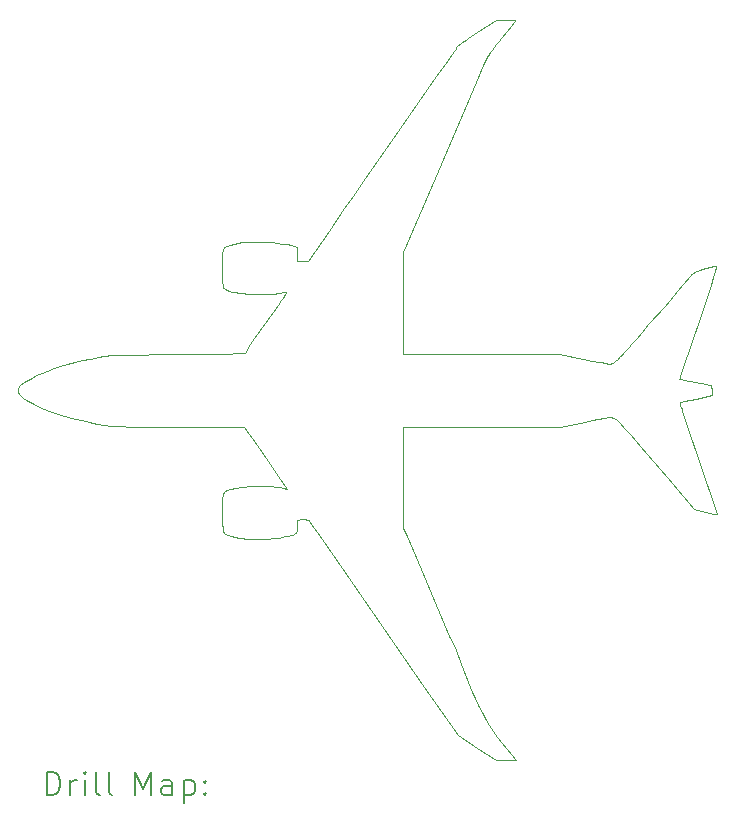
<source format=gbr>
%TF.GenerationSoftware,KiCad,Pcbnew,(6.99.0-2452-gdb4f2d9dd8)*%
%TF.CreationDate,2022-07-21T06:50:36-08:00*%
%TF.ProjectId,787,3738372e-6b69-4636-9164-5f7063625858,rev?*%
%TF.SameCoordinates,Original*%
%TF.FileFunction,Drillmap*%
%TF.FilePolarity,Positive*%
%FSLAX45Y45*%
G04 Gerber Fmt 4.5, Leading zero omitted, Abs format (unit mm)*
G04 Created by KiCad (PCBNEW (6.99.0-2452-gdb4f2d9dd8)) date 2022-07-21 06:50:36*
%MOMM*%
%LPD*%
G01*
G04 APERTURE LIST*
%ADD10C,0.050000*%
%ADD11C,0.200000*%
G04 APERTURE END LIST*
D10*
X14550646Y-6469163D02*
X14567075Y-6469576D01*
X14580745Y-6470279D01*
X14591659Y-6471272D01*
X14596084Y-6471878D01*
X14599823Y-6472557D01*
X14602874Y-6473308D01*
X14605240Y-6474133D01*
X14606920Y-6475031D01*
X14607915Y-6476002D01*
X14608157Y-6476516D01*
X14608227Y-6477047D01*
X14607854Y-6478166D01*
X14604456Y-6482743D01*
X14596930Y-6492283D01*
X14571398Y-6523907D01*
X14535067Y-6568352D01*
X14491748Y-6620935D01*
X14469321Y-6648313D01*
X14447920Y-6674921D01*
X14428046Y-6700098D01*
X14410204Y-6723188D01*
X14394895Y-6743530D01*
X14382622Y-6760467D01*
X14373888Y-6773340D01*
X14371005Y-6778047D01*
X14369196Y-6781491D01*
X14337522Y-6854968D01*
X14278423Y-6993705D01*
X13929902Y-7808211D01*
X13660000Y-8437521D01*
X13660000Y-9300000D01*
X14983086Y-9300000D01*
X15179234Y-9340152D01*
X15257316Y-9355812D01*
X15324915Y-9368769D01*
X15374796Y-9377675D01*
X15390832Y-9380188D01*
X15399725Y-9381184D01*
X15404104Y-9381296D01*
X15408344Y-9381252D01*
X15412525Y-9380968D01*
X15416731Y-9380360D01*
X15421041Y-9379343D01*
X15425537Y-9377834D01*
X15430301Y-9375748D01*
X15435413Y-9373000D01*
X15440956Y-9369507D01*
X15447009Y-9365184D01*
X15453656Y-9359948D01*
X15460976Y-9353713D01*
X15469052Y-9346397D01*
X15477964Y-9337913D01*
X15487793Y-9328179D01*
X15498622Y-9317110D01*
X15510532Y-9304622D01*
X15523603Y-9290630D01*
X15537917Y-9275051D01*
X15553555Y-9257800D01*
X15570599Y-9238792D01*
X15589130Y-9217945D01*
X15630977Y-9170391D01*
X15679748Y-9114466D01*
X15736092Y-9049495D01*
X15874102Y-8889720D01*
X16021094Y-8719060D01*
X16096435Y-8630999D01*
X16100288Y-8626530D01*
X16104170Y-8622403D01*
X16106151Y-8620454D01*
X16108174Y-8618573D01*
X16110252Y-8616756D01*
X16112395Y-8614996D01*
X16114617Y-8613289D01*
X16116928Y-8611628D01*
X16119341Y-8610009D01*
X16121867Y-8608425D01*
X16124518Y-8606871D01*
X16127306Y-8605341D01*
X16130243Y-8603831D01*
X16133341Y-8602333D01*
X16140065Y-8599357D01*
X16147574Y-8596368D01*
X16155961Y-8593321D01*
X16165321Y-8590173D01*
X16175750Y-8586879D01*
X16187340Y-8583394D01*
X16200188Y-8579675D01*
X16214386Y-8575677D01*
X16233284Y-8570527D01*
X16251087Y-8565894D01*
X16267391Y-8561867D01*
X16281796Y-8558536D01*
X16293898Y-8555990D01*
X16303298Y-8554318D01*
X16309591Y-8553608D01*
X16311448Y-8553642D01*
X16312377Y-8553951D01*
X16312344Y-8557008D01*
X16310641Y-8564738D01*
X16301976Y-8594966D01*
X16285892Y-8646123D01*
X16261898Y-8719699D01*
X16188216Y-8940066D01*
X16077001Y-9267984D01*
X16045890Y-9360211D01*
X16020817Y-9436141D01*
X16004341Y-9487911D01*
X16000127Y-9502278D01*
X15999021Y-9507656D01*
X16010851Y-9510812D01*
X16040576Y-9517595D01*
X16130270Y-9537048D01*
X16221217Y-9556036D01*
X16252508Y-9562239D01*
X16266530Y-9564583D01*
X16266736Y-9564639D01*
X16266940Y-9564805D01*
X16267141Y-9565078D01*
X16267338Y-9565456D01*
X16267723Y-9566514D01*
X16268092Y-9567957D01*
X16268444Y-9569763D01*
X16268776Y-9571911D01*
X16269086Y-9574378D01*
X16269372Y-9577143D01*
X16269633Y-9580183D01*
X16269865Y-9583476D01*
X16270067Y-9587002D01*
X16270237Y-9590737D01*
X16270373Y-9594661D01*
X16270473Y-9598750D01*
X16270534Y-9602983D01*
X16270555Y-9607338D01*
X16270555Y-9650093D01*
X16136530Y-9678157D01*
X16084267Y-9689278D01*
X16041042Y-9698811D01*
X16011345Y-9705742D01*
X16002974Y-9707915D01*
X15999669Y-9709057D01*
X15999565Y-9709322D01*
X15999546Y-9709821D01*
X15999752Y-9711498D01*
X16000272Y-9714039D01*
X16001092Y-9717394D01*
X16003569Y-9726357D01*
X16007063Y-9737999D01*
X16011455Y-9751932D01*
X16016626Y-9767769D01*
X16022455Y-9785122D01*
X16028823Y-9803602D01*
X16200973Y-10309777D01*
X16280911Y-10549475D01*
X16314604Y-10654706D01*
X16314500Y-10655233D01*
X16314184Y-10655685D01*
X16313658Y-10656064D01*
X16312926Y-10656369D01*
X16311990Y-10656602D01*
X16310853Y-10656762D01*
X16309516Y-10656850D01*
X16307983Y-10656867D01*
X16304339Y-10656688D01*
X16299939Y-10656229D01*
X16294806Y-10655494D01*
X16288959Y-10654486D01*
X16282419Y-10653210D01*
X16275206Y-10651668D01*
X16267342Y-10649865D01*
X16258845Y-10647805D01*
X16249738Y-10645492D01*
X16240041Y-10642928D01*
X16229774Y-10640119D01*
X16218957Y-10637067D01*
X16218957Y-10637068D01*
X16123261Y-10609688D01*
X15895497Y-10345105D01*
X15662427Y-10075103D01*
X15586115Y-9987802D01*
X15530850Y-9925972D01*
X15492305Y-9884865D01*
X15466154Y-9859733D01*
X15448070Y-9845831D01*
X15433727Y-9838409D01*
X15431824Y-9837690D01*
X15429775Y-9837057D01*
X15427559Y-9836512D01*
X15425155Y-9836060D01*
X15422544Y-9835702D01*
X15419703Y-9835442D01*
X15413253Y-9835228D01*
X15405639Y-9835442D01*
X15396695Y-9836108D01*
X15386256Y-9837250D01*
X15374157Y-9838893D01*
X15360231Y-9841061D01*
X15344313Y-9843779D01*
X15326237Y-9847070D01*
X15305839Y-9850958D01*
X15257410Y-9860625D01*
X15197700Y-9872974D01*
X14985387Y-9917362D01*
X13660000Y-9917362D01*
X13660000Y-10769420D01*
X13690344Y-10843894D01*
X13808628Y-11122192D01*
X14050402Y-11686708D01*
X14077876Y-11746299D01*
X14103792Y-11805853D01*
X14152329Y-11924566D01*
X14245848Y-12158360D01*
X14270492Y-12215627D01*
X14296331Y-12272277D01*
X14323707Y-12328235D01*
X14352965Y-12383429D01*
X14384448Y-12437787D01*
X14418501Y-12491235D01*
X14455467Y-12543701D01*
X14495690Y-12595111D01*
X14611263Y-12735174D01*
X14445957Y-12740210D01*
X14284295Y-12634461D01*
X14122633Y-12528711D01*
X13839860Y-12120415D01*
X13215046Y-11218230D01*
X12970083Y-10865535D01*
X12861441Y-10711112D01*
X12860647Y-10710250D01*
X12859805Y-10709426D01*
X12858912Y-10708639D01*
X12857968Y-10707888D01*
X12856970Y-10707175D01*
X12855919Y-10706499D01*
X12854812Y-10705858D01*
X12853648Y-10705254D01*
X12852426Y-10704685D01*
X12851144Y-10704152D01*
X12849801Y-10703655D01*
X12848396Y-10703192D01*
X12846928Y-10702765D01*
X12845394Y-10702372D01*
X12842127Y-10701688D01*
X12838583Y-10701141D01*
X12834753Y-10700727D01*
X12830625Y-10700444D01*
X12826189Y-10700292D01*
X12821434Y-10700267D01*
X12816349Y-10700367D01*
X12810924Y-10700592D01*
X12805147Y-10700939D01*
X12760417Y-10703995D01*
X12760292Y-10753855D01*
X12760132Y-10764072D01*
X12759728Y-10773991D01*
X12759106Y-10783369D01*
X12758293Y-10791959D01*
X12757316Y-10799517D01*
X12756204Y-10805799D01*
X12755605Y-10808384D01*
X12754982Y-10810559D01*
X12754338Y-10812292D01*
X12753677Y-10813553D01*
X12751359Y-10816174D01*
X12747880Y-10818818D01*
X12737667Y-10824139D01*
X12723501Y-10829449D01*
X12705843Y-10834680D01*
X12685157Y-10839765D01*
X12661904Y-10844635D01*
X12636548Y-10849224D01*
X12609549Y-10853463D01*
X12581372Y-10857286D01*
X12552477Y-10860624D01*
X12523328Y-10863411D01*
X12494386Y-10865578D01*
X12466114Y-10867057D01*
X12438975Y-10867783D01*
X12413431Y-10867686D01*
X12389944Y-10866700D01*
X12335086Y-10862418D01*
X12286867Y-10857155D01*
X12265244Y-10854154D01*
X12245276Y-10850908D01*
X12226963Y-10847415D01*
X12210302Y-10843675D01*
X12195293Y-10839687D01*
X12181934Y-10835452D01*
X12170224Y-10830969D01*
X12160161Y-10826238D01*
X12151744Y-10821258D01*
X12144972Y-10816030D01*
X12139843Y-10810551D01*
X12136356Y-10804824D01*
X12135396Y-10801983D01*
X12134453Y-10797756D01*
X12133531Y-10792225D01*
X12132636Y-10785472D01*
X12130947Y-10768633D01*
X12129427Y-10747896D01*
X12128119Y-10723921D01*
X12127063Y-10697366D01*
X12126303Y-10668891D01*
X12125878Y-10639155D01*
X12125627Y-10578432D01*
X12125972Y-10553766D01*
X12126848Y-10532500D01*
X12128417Y-10514340D01*
X12130841Y-10498988D01*
X12132424Y-10492273D01*
X12134281Y-10486149D01*
X12136434Y-10480579D01*
X12138901Y-10475527D01*
X12141704Y-10470954D01*
X12144862Y-10466824D01*
X12148397Y-10463100D01*
X12152328Y-10459745D01*
X12156675Y-10456722D01*
X12161459Y-10453993D01*
X12166699Y-10451523D01*
X12172418Y-10449273D01*
X12185367Y-10445288D01*
X12200469Y-10441741D01*
X12237780Y-10434779D01*
X12292906Y-10426116D01*
X12319759Y-10422709D01*
X12346192Y-10419919D01*
X12372246Y-10417746D01*
X12397960Y-10416189D01*
X12423376Y-10415249D01*
X12448532Y-10414925D01*
X12473470Y-10415217D01*
X12498230Y-10416127D01*
X12522851Y-10417652D01*
X12547374Y-10419794D01*
X12571839Y-10422552D01*
X12596286Y-10425927D01*
X12620756Y-10429918D01*
X12645289Y-10434525D01*
X12674360Y-10440340D01*
X12598585Y-10330986D01*
X12514553Y-10209106D01*
X12418927Y-10069634D01*
X12315045Y-9917636D01*
X11802247Y-9917498D01*
X11472852Y-9916161D01*
X11356397Y-9914082D01*
X11263618Y-9910630D01*
X11188151Y-9905479D01*
X11123634Y-9898303D01*
X11063701Y-9888778D01*
X11001989Y-9876577D01*
X10939512Y-9862685D01*
X10878977Y-9847811D01*
X10820672Y-9832083D01*
X10764887Y-9815628D01*
X10711908Y-9798575D01*
X10662025Y-9781052D01*
X10615525Y-9763185D01*
X10572697Y-9745104D01*
X10533828Y-9726935D01*
X10499206Y-9708808D01*
X10469121Y-9690848D01*
X10443859Y-9673186D01*
X10423710Y-9655947D01*
X10408961Y-9639261D01*
X10399900Y-9623255D01*
X10397593Y-9615547D01*
X10396816Y-9608057D01*
X10397714Y-9599864D01*
X10400381Y-9591443D01*
X10404770Y-9582815D01*
X10410837Y-9573996D01*
X10418538Y-9565006D01*
X10427827Y-9555863D01*
X10438660Y-9546585D01*
X10450993Y-9537191D01*
X10464779Y-9527701D01*
X10479975Y-9518131D01*
X10514417Y-9498829D01*
X10553960Y-9479434D01*
X10598247Y-9460094D01*
X10646918Y-9440957D01*
X10699616Y-9422172D01*
X10755984Y-9403887D01*
X10815662Y-9386249D01*
X10878293Y-9369408D01*
X10943519Y-9353511D01*
X11010981Y-9338707D01*
X11080323Y-9325143D01*
X11116004Y-9318990D01*
X11133590Y-9316451D01*
X11152122Y-9314233D01*
X11172437Y-9312307D01*
X11195371Y-9310645D01*
X11221760Y-9309218D01*
X11252442Y-9307998D01*
X11288253Y-9306957D01*
X11330029Y-9306065D01*
X11434823Y-9304617D01*
X11573518Y-9303426D01*
X11752805Y-9302267D01*
X11973103Y-9300332D01*
X12153248Y-9297598D01*
X12274835Y-9294426D01*
X12307916Y-9292788D01*
X12319454Y-9291176D01*
X12320865Y-9287827D01*
X12325011Y-9280651D01*
X12341006Y-9255562D01*
X12366421Y-9217394D01*
X12400243Y-9167631D01*
X12489042Y-9039255D01*
X12599278Y-8882305D01*
X12627693Y-8841394D01*
X12639905Y-8823284D01*
X12650401Y-8807330D01*
X12658895Y-8793976D01*
X12665098Y-8783667D01*
X12668722Y-8776848D01*
X12669478Y-8774885D01*
X12669480Y-8773961D01*
X12669238Y-8773781D01*
X12668899Y-8773627D01*
X12668465Y-8773498D01*
X12667940Y-8773394D01*
X12666626Y-8773259D01*
X12664978Y-8773221D01*
X12663019Y-8773275D01*
X12660769Y-8773420D01*
X12658251Y-8773652D01*
X12655486Y-8773970D01*
X12652497Y-8774370D01*
X12649304Y-8774849D01*
X12645929Y-8775405D01*
X12642395Y-8776035D01*
X12638722Y-8776737D01*
X12634934Y-8777507D01*
X12631050Y-8778343D01*
X12627094Y-8779243D01*
X12597712Y-8785006D01*
X12565289Y-8789420D01*
X12530443Y-8792536D01*
X12493793Y-8794405D01*
X12455956Y-8795079D01*
X12417551Y-8794609D01*
X12379195Y-8793048D01*
X12341506Y-8790447D01*
X12305102Y-8786858D01*
X12270601Y-8782331D01*
X12238621Y-8776920D01*
X12209781Y-8770675D01*
X12184697Y-8763648D01*
X12163987Y-8755890D01*
X12148271Y-8747454D01*
X12142478Y-8742998D01*
X12138165Y-8738391D01*
X12137318Y-8737165D01*
X12136506Y-8735765D01*
X12135730Y-8734183D01*
X12134988Y-8732409D01*
X12133606Y-8728255D01*
X12132354Y-8723238D01*
X12131228Y-8717288D01*
X12130223Y-8710340D01*
X12129333Y-8702326D01*
X12128554Y-8693179D01*
X12127881Y-8682832D01*
X12127308Y-8671219D01*
X12126831Y-8658270D01*
X12126445Y-8643921D01*
X12125925Y-8610750D01*
X12125707Y-8571168D01*
X12125736Y-8526703D01*
X12126083Y-8491312D01*
X12126860Y-8463767D01*
X12128176Y-8442838D01*
X12129071Y-8434471D01*
X12130143Y-8427298D01*
X12131404Y-8421165D01*
X12132869Y-8415918D01*
X12134552Y-8411403D01*
X12136466Y-8407468D01*
X12138626Y-8403959D01*
X12141045Y-8400722D01*
X12146286Y-8395427D01*
X12153166Y-8390402D01*
X12161600Y-8385649D01*
X12171506Y-8381172D01*
X12195401Y-8373055D01*
X12224186Y-8366075D01*
X12257197Y-8360258D01*
X12293771Y-8355627D01*
X12333243Y-8352207D01*
X12374949Y-8350022D01*
X12418225Y-8349096D01*
X12462407Y-8349453D01*
X12506831Y-8351119D01*
X12550833Y-8354116D01*
X12593749Y-8358471D01*
X12634914Y-8364206D01*
X12673664Y-8371346D01*
X12709336Y-8379916D01*
X12759669Y-8393709D01*
X12762253Y-8452184D01*
X12764836Y-8510659D01*
X12808933Y-8513189D01*
X12853031Y-8515718D01*
X13029419Y-8259114D01*
X13161973Y-8067028D01*
X13232972Y-7965543D01*
X13339826Y-7812490D01*
X13558587Y-7496423D01*
X13937850Y-6949617D01*
X14010253Y-6846289D01*
X14070847Y-6758865D01*
X14088317Y-6733693D01*
X14096068Y-6723049D01*
X14103573Y-6713353D01*
X14111139Y-6704343D01*
X14119073Y-6695758D01*
X14127682Y-6687339D01*
X14137273Y-6678824D01*
X14148153Y-6669951D01*
X14160628Y-6660462D01*
X14175007Y-6650094D01*
X14191595Y-6638587D01*
X14210701Y-6625680D01*
X14232631Y-6611112D01*
X14286191Y-6575951D01*
X14449350Y-6469137D01*
X14531451Y-6469038D01*
X14550646Y-6469163D01*
D11*
X10641935Y-13036186D02*
X10641935Y-12836186D01*
X10641935Y-12836186D02*
X10689554Y-12836186D01*
X10689554Y-12836186D02*
X10718125Y-12845710D01*
X10718125Y-12845710D02*
X10737173Y-12864758D01*
X10737173Y-12864758D02*
X10746697Y-12883805D01*
X10746697Y-12883805D02*
X10756220Y-12921901D01*
X10756220Y-12921901D02*
X10756220Y-12950472D01*
X10756220Y-12950472D02*
X10746697Y-12988567D01*
X10746697Y-12988567D02*
X10737173Y-13007615D01*
X10737173Y-13007615D02*
X10718125Y-13026663D01*
X10718125Y-13026663D02*
X10689554Y-13036186D01*
X10689554Y-13036186D02*
X10641935Y-13036186D01*
X10841935Y-13036186D02*
X10841935Y-12902853D01*
X10841935Y-12940948D02*
X10851458Y-12921901D01*
X10851458Y-12921901D02*
X10860982Y-12912377D01*
X10860982Y-12912377D02*
X10880030Y-12902853D01*
X10880030Y-12902853D02*
X10899078Y-12902853D01*
X10965744Y-13036186D02*
X10965744Y-12902853D01*
X10965744Y-12836186D02*
X10956220Y-12845710D01*
X10956220Y-12845710D02*
X10965744Y-12855234D01*
X10965744Y-12855234D02*
X10975268Y-12845710D01*
X10975268Y-12845710D02*
X10965744Y-12836186D01*
X10965744Y-12836186D02*
X10965744Y-12855234D01*
X11089554Y-13036186D02*
X11070506Y-13026663D01*
X11070506Y-13026663D02*
X11060982Y-13007615D01*
X11060982Y-13007615D02*
X11060982Y-12836186D01*
X11194315Y-13036186D02*
X11175268Y-13026663D01*
X11175268Y-13026663D02*
X11165744Y-13007615D01*
X11165744Y-13007615D02*
X11165744Y-12836186D01*
X11390506Y-13036186D02*
X11390506Y-12836186D01*
X11390506Y-12836186D02*
X11457173Y-12979044D01*
X11457173Y-12979044D02*
X11523839Y-12836186D01*
X11523839Y-12836186D02*
X11523839Y-13036186D01*
X11704792Y-13036186D02*
X11704792Y-12931424D01*
X11704792Y-12931424D02*
X11695268Y-12912377D01*
X11695268Y-12912377D02*
X11676220Y-12902853D01*
X11676220Y-12902853D02*
X11638125Y-12902853D01*
X11638125Y-12902853D02*
X11619077Y-12912377D01*
X11704792Y-13026663D02*
X11685744Y-13036186D01*
X11685744Y-13036186D02*
X11638125Y-13036186D01*
X11638125Y-13036186D02*
X11619077Y-13026663D01*
X11619077Y-13026663D02*
X11609554Y-13007615D01*
X11609554Y-13007615D02*
X11609554Y-12988567D01*
X11609554Y-12988567D02*
X11619077Y-12969520D01*
X11619077Y-12969520D02*
X11638125Y-12959996D01*
X11638125Y-12959996D02*
X11685744Y-12959996D01*
X11685744Y-12959996D02*
X11704792Y-12950472D01*
X11800030Y-12902853D02*
X11800030Y-13102853D01*
X11800030Y-12912377D02*
X11819077Y-12902853D01*
X11819077Y-12902853D02*
X11857173Y-12902853D01*
X11857173Y-12902853D02*
X11876220Y-12912377D01*
X11876220Y-12912377D02*
X11885744Y-12921901D01*
X11885744Y-12921901D02*
X11895268Y-12940948D01*
X11895268Y-12940948D02*
X11895268Y-12998091D01*
X11895268Y-12998091D02*
X11885744Y-13017139D01*
X11885744Y-13017139D02*
X11876220Y-13026663D01*
X11876220Y-13026663D02*
X11857173Y-13036186D01*
X11857173Y-13036186D02*
X11819077Y-13036186D01*
X11819077Y-13036186D02*
X11800030Y-13026663D01*
X11980982Y-13017139D02*
X11990506Y-13026663D01*
X11990506Y-13026663D02*
X11980982Y-13036186D01*
X11980982Y-13036186D02*
X11971458Y-13026663D01*
X11971458Y-13026663D02*
X11980982Y-13017139D01*
X11980982Y-13017139D02*
X11980982Y-13036186D01*
X11980982Y-12912377D02*
X11990506Y-12921901D01*
X11990506Y-12921901D02*
X11980982Y-12931424D01*
X11980982Y-12931424D02*
X11971458Y-12921901D01*
X11971458Y-12921901D02*
X11980982Y-12912377D01*
X11980982Y-12912377D02*
X11980982Y-12931424D01*
M02*

</source>
